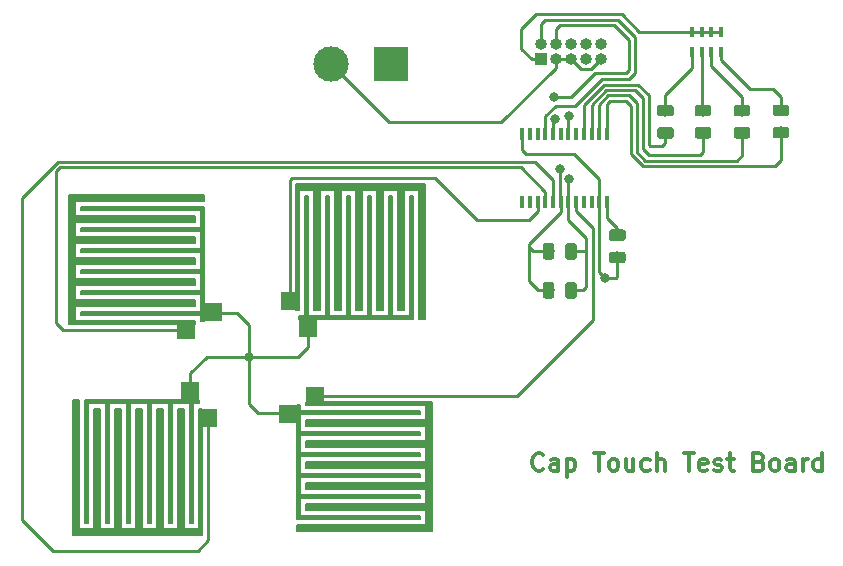
<source format=gbr>
G04 #@! TF.GenerationSoftware,KiCad,Pcbnew,5.0.2-bee76a0~70~ubuntu16.04.1*
G04 #@! TF.CreationDate,2020-01-03T14:39:20-08:00*
G04 #@! TF.ProjectId,Cap_touch_test,4361705f-746f-4756-9368-5f746573742e,rev?*
G04 #@! TF.SameCoordinates,Original*
G04 #@! TF.FileFunction,Copper,L1,Top*
G04 #@! TF.FilePolarity,Positive*
%FSLAX46Y46*%
G04 Gerber Fmt 4.6, Leading zero omitted, Abs format (unit mm)*
G04 Created by KiCad (PCBNEW 5.0.2-bee76a0~70~ubuntu16.04.1) date Fri 03 Jan 2020 14:39:20 PST*
%MOMM*%
%LPD*%
G01*
G04 APERTURE LIST*
G04 #@! TA.AperFunction,NonConductor*
%ADD10C,0.300000*%
G04 #@! TD*
G04 #@! TA.AperFunction,EtchedComponent*
%ADD11C,0.150000*%
G04 #@! TD*
G04 #@! TA.AperFunction,Conductor*
%ADD12C,0.100000*%
G04 #@! TD*
G04 #@! TA.AperFunction,SMDPad,CuDef*
%ADD13C,0.975000*%
G04 #@! TD*
G04 #@! TA.AperFunction,ComponentPad*
%ADD14R,1.000000X1.000000*%
G04 #@! TD*
G04 #@! TA.AperFunction,ComponentPad*
%ADD15O,1.000000X1.000000*%
G04 #@! TD*
G04 #@! TA.AperFunction,ComponentPad*
%ADD16R,3.000000X3.000000*%
G04 #@! TD*
G04 #@! TA.AperFunction,ComponentPad*
%ADD17C,3.000000*%
G04 #@! TD*
G04 #@! TA.AperFunction,SMDPad,CuDef*
%ADD18R,0.400000X0.900000*%
G04 #@! TD*
G04 #@! TA.AperFunction,SMDPad,CuDef*
%ADD19R,0.400000X1.100000*%
G04 #@! TD*
G04 #@! TA.AperFunction,SMDPad,CuDef*
%ADD20R,1.524000X1.524000*%
G04 #@! TD*
G04 #@! TA.AperFunction,ViaPad*
%ADD21C,0.800000*%
G04 #@! TD*
G04 #@! TA.AperFunction,Conductor*
%ADD22C,0.250000*%
G04 #@! TD*
G04 APERTURE END LIST*
D10*
X85543857Y-53240714D02*
X85472428Y-53312142D01*
X85258142Y-53383571D01*
X85115285Y-53383571D01*
X84901000Y-53312142D01*
X84758142Y-53169285D01*
X84686714Y-53026428D01*
X84615285Y-52740714D01*
X84615285Y-52526428D01*
X84686714Y-52240714D01*
X84758142Y-52097857D01*
X84901000Y-51955000D01*
X85115285Y-51883571D01*
X85258142Y-51883571D01*
X85472428Y-51955000D01*
X85543857Y-52026428D01*
X86829571Y-53383571D02*
X86829571Y-52597857D01*
X86758142Y-52455000D01*
X86615285Y-52383571D01*
X86329571Y-52383571D01*
X86186714Y-52455000D01*
X86829571Y-53312142D02*
X86686714Y-53383571D01*
X86329571Y-53383571D01*
X86186714Y-53312142D01*
X86115285Y-53169285D01*
X86115285Y-53026428D01*
X86186714Y-52883571D01*
X86329571Y-52812142D01*
X86686714Y-52812142D01*
X86829571Y-52740714D01*
X87543857Y-52383571D02*
X87543857Y-53883571D01*
X87543857Y-52455000D02*
X87686714Y-52383571D01*
X87972428Y-52383571D01*
X88115285Y-52455000D01*
X88186714Y-52526428D01*
X88258142Y-52669285D01*
X88258142Y-53097857D01*
X88186714Y-53240714D01*
X88115285Y-53312142D01*
X87972428Y-53383571D01*
X87686714Y-53383571D01*
X87543857Y-53312142D01*
X89829571Y-51883571D02*
X90686714Y-51883571D01*
X90258142Y-53383571D02*
X90258142Y-51883571D01*
X91401000Y-53383571D02*
X91258142Y-53312142D01*
X91186714Y-53240714D01*
X91115285Y-53097857D01*
X91115285Y-52669285D01*
X91186714Y-52526428D01*
X91258142Y-52455000D01*
X91401000Y-52383571D01*
X91615285Y-52383571D01*
X91758142Y-52455000D01*
X91829571Y-52526428D01*
X91901000Y-52669285D01*
X91901000Y-53097857D01*
X91829571Y-53240714D01*
X91758142Y-53312142D01*
X91615285Y-53383571D01*
X91401000Y-53383571D01*
X93186714Y-52383571D02*
X93186714Y-53383571D01*
X92543857Y-52383571D02*
X92543857Y-53169285D01*
X92615285Y-53312142D01*
X92758142Y-53383571D01*
X92972428Y-53383571D01*
X93115285Y-53312142D01*
X93186714Y-53240714D01*
X94543857Y-53312142D02*
X94401000Y-53383571D01*
X94115285Y-53383571D01*
X93972428Y-53312142D01*
X93901000Y-53240714D01*
X93829571Y-53097857D01*
X93829571Y-52669285D01*
X93901000Y-52526428D01*
X93972428Y-52455000D01*
X94115285Y-52383571D01*
X94401000Y-52383571D01*
X94543857Y-52455000D01*
X95186714Y-53383571D02*
X95186714Y-51883571D01*
X95829571Y-53383571D02*
X95829571Y-52597857D01*
X95758142Y-52455000D01*
X95615285Y-52383571D01*
X95401000Y-52383571D01*
X95258142Y-52455000D01*
X95186714Y-52526428D01*
X97472428Y-51883571D02*
X98329571Y-51883571D01*
X97901000Y-53383571D02*
X97901000Y-51883571D01*
X99401000Y-53312142D02*
X99258142Y-53383571D01*
X98972428Y-53383571D01*
X98829571Y-53312142D01*
X98758142Y-53169285D01*
X98758142Y-52597857D01*
X98829571Y-52455000D01*
X98972428Y-52383571D01*
X99258142Y-52383571D01*
X99401000Y-52455000D01*
X99472428Y-52597857D01*
X99472428Y-52740714D01*
X98758142Y-52883571D01*
X100043857Y-53312142D02*
X100186714Y-53383571D01*
X100472428Y-53383571D01*
X100615285Y-53312142D01*
X100686714Y-53169285D01*
X100686714Y-53097857D01*
X100615285Y-52955000D01*
X100472428Y-52883571D01*
X100258142Y-52883571D01*
X100115285Y-52812142D01*
X100043857Y-52669285D01*
X100043857Y-52597857D01*
X100115285Y-52455000D01*
X100258142Y-52383571D01*
X100472428Y-52383571D01*
X100615285Y-52455000D01*
X101115285Y-52383571D02*
X101686714Y-52383571D01*
X101329571Y-51883571D02*
X101329571Y-53169285D01*
X101401000Y-53312142D01*
X101543857Y-53383571D01*
X101686714Y-53383571D01*
X103829571Y-52597857D02*
X104043857Y-52669285D01*
X104115285Y-52740714D01*
X104186714Y-52883571D01*
X104186714Y-53097857D01*
X104115285Y-53240714D01*
X104043857Y-53312142D01*
X103901000Y-53383571D01*
X103329571Y-53383571D01*
X103329571Y-51883571D01*
X103829571Y-51883571D01*
X103972428Y-51955000D01*
X104043857Y-52026428D01*
X104115285Y-52169285D01*
X104115285Y-52312142D01*
X104043857Y-52455000D01*
X103972428Y-52526428D01*
X103829571Y-52597857D01*
X103329571Y-52597857D01*
X105043857Y-53383571D02*
X104901000Y-53312142D01*
X104829571Y-53240714D01*
X104758142Y-53097857D01*
X104758142Y-52669285D01*
X104829571Y-52526428D01*
X104901000Y-52455000D01*
X105043857Y-52383571D01*
X105258142Y-52383571D01*
X105401000Y-52455000D01*
X105472428Y-52526428D01*
X105543857Y-52669285D01*
X105543857Y-53097857D01*
X105472428Y-53240714D01*
X105401000Y-53312142D01*
X105258142Y-53383571D01*
X105043857Y-53383571D01*
X106829571Y-53383571D02*
X106829571Y-52597857D01*
X106758142Y-52455000D01*
X106615285Y-52383571D01*
X106329571Y-52383571D01*
X106186714Y-52455000D01*
X106829571Y-53312142D02*
X106686714Y-53383571D01*
X106329571Y-53383571D01*
X106186714Y-53312142D01*
X106115285Y-53169285D01*
X106115285Y-53026428D01*
X106186714Y-52883571D01*
X106329571Y-52812142D01*
X106686714Y-52812142D01*
X106829571Y-52740714D01*
X107543857Y-53383571D02*
X107543857Y-52383571D01*
X107543857Y-52669285D02*
X107615285Y-52526428D01*
X107686714Y-52455000D01*
X107829571Y-52383571D01*
X107972428Y-52383571D01*
X109115285Y-53383571D02*
X109115285Y-51883571D01*
X109115285Y-53312142D02*
X108972428Y-53383571D01*
X108686714Y-53383571D01*
X108543857Y-53312142D01*
X108472428Y-53240714D01*
X108401000Y-53097857D01*
X108401000Y-52669285D01*
X108472428Y-52526428D01*
X108543857Y-52455000D01*
X108686714Y-52383571D01*
X108972428Y-52383571D01*
X109115285Y-52455000D01*
D11*
G04 #@! TO.C,C2*
G36*
X65455800Y-47828200D02*
X76123800Y-47828200D01*
X76123800Y-58496200D01*
X65455800Y-58496200D01*
X65455800Y-57988200D01*
X75615800Y-57988200D01*
X75615800Y-56718200D01*
X65455800Y-56718200D01*
X65455800Y-56210200D01*
X75615800Y-56210200D01*
X75615800Y-54940200D01*
X65455800Y-54940200D01*
X65455800Y-54432200D01*
X75615800Y-54432200D01*
X75615800Y-53162200D01*
X65455800Y-53162200D01*
X65455800Y-52654200D01*
X75615800Y-52654200D01*
X75615800Y-51384200D01*
X65455800Y-51384200D01*
X65455800Y-50876200D01*
X75615800Y-50876200D01*
X75615800Y-49606200D01*
X65455800Y-49606200D01*
X65455800Y-49098200D01*
X75615800Y-49098200D01*
X75615800Y-47828200D01*
X65455800Y-47828200D01*
G37*
X65455800Y-47828200D02*
X76123800Y-47828200D01*
X76123800Y-58496200D01*
X65455800Y-58496200D01*
X65455800Y-57988200D01*
X75615800Y-57988200D01*
X75615800Y-56718200D01*
X65455800Y-56718200D01*
X65455800Y-56210200D01*
X75615800Y-56210200D01*
X75615800Y-54940200D01*
X65455800Y-54940200D01*
X65455800Y-54432200D01*
X75615800Y-54432200D01*
X75615800Y-53162200D01*
X65455800Y-53162200D01*
X65455800Y-52654200D01*
X75615800Y-52654200D01*
X75615800Y-51384200D01*
X65455800Y-51384200D01*
X65455800Y-50876200D01*
X75615800Y-50876200D01*
X75615800Y-49606200D01*
X65455800Y-49606200D01*
X65455800Y-49098200D01*
X75615800Y-49098200D01*
X75615800Y-47828200D01*
X65455800Y-47828200D01*
G36*
X65455800Y-47828200D02*
X65455800Y-47574200D01*
X76123800Y-47574200D01*
X76123800Y-47828200D01*
X74599800Y-47828200D01*
X65455800Y-47828200D01*
G37*
X65455800Y-47828200D02*
X65455800Y-47574200D01*
X76123800Y-47574200D01*
X76123800Y-47828200D01*
X74599800Y-47828200D01*
X65455800Y-47828200D01*
G36*
X65455800Y-57988200D02*
X65455800Y-58496200D01*
X64947800Y-58496200D01*
X64947800Y-57988200D01*
X65455800Y-57988200D01*
G37*
X65455800Y-57988200D02*
X65455800Y-58496200D01*
X64947800Y-58496200D01*
X64947800Y-57988200D01*
X65455800Y-57988200D01*
G36*
X64947800Y-47828200D02*
X64947800Y-48336200D01*
X75107800Y-48336200D01*
X75107800Y-48590200D01*
X64947800Y-48590200D01*
X64947800Y-50114200D01*
X75107800Y-50114200D01*
X75107800Y-50368200D01*
X64947800Y-50368200D01*
X64947800Y-51892200D01*
X75107800Y-51892200D01*
X75107800Y-52146200D01*
X64947800Y-52146200D01*
X64947800Y-53670200D01*
X75107800Y-53670200D01*
X75107800Y-53924200D01*
X64947800Y-53924200D01*
X64947800Y-55448200D01*
X75107800Y-55448200D01*
X75107800Y-55702200D01*
X64947800Y-55702200D01*
X64947800Y-57226200D01*
X75107800Y-57226200D01*
X75107800Y-57480200D01*
X64947800Y-57480200D01*
X64693800Y-57480200D01*
X64693800Y-47828200D01*
X64947800Y-47828200D01*
G37*
X64947800Y-47828200D02*
X64947800Y-48336200D01*
X75107800Y-48336200D01*
X75107800Y-48590200D01*
X64947800Y-48590200D01*
X64947800Y-50114200D01*
X75107800Y-50114200D01*
X75107800Y-50368200D01*
X64947800Y-50368200D01*
X64947800Y-51892200D01*
X75107800Y-51892200D01*
X75107800Y-52146200D01*
X64947800Y-52146200D01*
X64947800Y-53670200D01*
X75107800Y-53670200D01*
X75107800Y-53924200D01*
X64947800Y-53924200D01*
X64947800Y-55448200D01*
X75107800Y-55448200D01*
X75107800Y-55702200D01*
X64947800Y-55702200D01*
X64947800Y-57226200D01*
X75107800Y-57226200D01*
X75107800Y-57480200D01*
X64947800Y-57480200D01*
X64693800Y-57480200D01*
X64693800Y-47828200D01*
X64947800Y-47828200D01*
G36*
X64947800Y-57988200D02*
X64947800Y-58496200D01*
X64693800Y-58496200D01*
X64693800Y-57988200D01*
X64947800Y-57988200D01*
G37*
X64947800Y-57988200D02*
X64947800Y-58496200D01*
X64693800Y-58496200D01*
X64693800Y-57988200D01*
X64947800Y-57988200D01*
G04 #@! TO.C,C3*
G36*
X46278800Y-47599600D02*
X45770800Y-47599600D01*
X45770800Y-47345600D01*
X46278800Y-47345600D01*
X46278800Y-47599600D01*
G37*
X46278800Y-47599600D02*
X45770800Y-47599600D01*
X45770800Y-47345600D01*
X46278800Y-47345600D01*
X46278800Y-47599600D01*
G36*
X56438800Y-47599600D02*
X55930800Y-47599600D01*
X55930800Y-57759600D01*
X55676800Y-57759600D01*
X55676800Y-47599600D01*
X54152800Y-47599600D01*
X54152800Y-57759600D01*
X53898800Y-57759600D01*
X53898800Y-47599600D01*
X52374800Y-47599600D01*
X52374800Y-57759600D01*
X52120800Y-57759600D01*
X52120800Y-47599600D01*
X50596800Y-47599600D01*
X50596800Y-57759600D01*
X50342800Y-57759600D01*
X50342800Y-47599600D01*
X48818800Y-47599600D01*
X48818800Y-57759600D01*
X48564800Y-57759600D01*
X48564800Y-47599600D01*
X47040800Y-47599600D01*
X47040800Y-57759600D01*
X46786800Y-57759600D01*
X46786800Y-47599600D01*
X46786800Y-47345600D01*
X56438800Y-47345600D01*
X56438800Y-47599600D01*
G37*
X56438800Y-47599600D02*
X55930800Y-47599600D01*
X55930800Y-57759600D01*
X55676800Y-57759600D01*
X55676800Y-47599600D01*
X54152800Y-47599600D01*
X54152800Y-57759600D01*
X53898800Y-57759600D01*
X53898800Y-47599600D01*
X52374800Y-47599600D01*
X52374800Y-57759600D01*
X52120800Y-57759600D01*
X52120800Y-47599600D01*
X50596800Y-47599600D01*
X50596800Y-57759600D01*
X50342800Y-57759600D01*
X50342800Y-47599600D01*
X48818800Y-47599600D01*
X48818800Y-57759600D01*
X48564800Y-57759600D01*
X48564800Y-47599600D01*
X47040800Y-47599600D01*
X47040800Y-57759600D01*
X46786800Y-57759600D01*
X46786800Y-47599600D01*
X46786800Y-47345600D01*
X56438800Y-47345600D01*
X56438800Y-47599600D01*
G36*
X46278800Y-48107600D02*
X45770800Y-48107600D01*
X45770800Y-47599600D01*
X46278800Y-47599600D01*
X46278800Y-48107600D01*
G37*
X46278800Y-48107600D02*
X45770800Y-48107600D01*
X45770800Y-47599600D01*
X46278800Y-47599600D01*
X46278800Y-48107600D01*
G36*
X56438800Y-48107600D02*
X56692800Y-48107600D01*
X56692800Y-58775600D01*
X56438800Y-58775600D01*
X56438800Y-57251600D01*
X56438800Y-48107600D01*
G37*
X56438800Y-48107600D02*
X56692800Y-48107600D01*
X56692800Y-58775600D01*
X56438800Y-58775600D01*
X56438800Y-57251600D01*
X56438800Y-48107600D01*
G36*
X56438800Y-48107600D02*
X56438800Y-58775600D01*
X45770800Y-58775600D01*
X45770800Y-48107600D01*
X46278800Y-48107600D01*
X46278800Y-58267600D01*
X47548800Y-58267600D01*
X47548800Y-48107600D01*
X48056800Y-48107600D01*
X48056800Y-58267600D01*
X49326800Y-58267600D01*
X49326800Y-48107600D01*
X49834800Y-48107600D01*
X49834800Y-58267600D01*
X51104800Y-58267600D01*
X51104800Y-48107600D01*
X51612800Y-48107600D01*
X51612800Y-58267600D01*
X52882800Y-58267600D01*
X52882800Y-48107600D01*
X53390800Y-48107600D01*
X53390800Y-58267600D01*
X54660800Y-58267600D01*
X54660800Y-48107600D01*
X55168800Y-48107600D01*
X55168800Y-58267600D01*
X56438800Y-58267600D01*
X56438800Y-48107600D01*
G37*
X56438800Y-48107600D02*
X56438800Y-58775600D01*
X45770800Y-58775600D01*
X45770800Y-48107600D01*
X46278800Y-48107600D01*
X46278800Y-58267600D01*
X47548800Y-58267600D01*
X47548800Y-48107600D01*
X48056800Y-48107600D01*
X48056800Y-58267600D01*
X49326800Y-58267600D01*
X49326800Y-48107600D01*
X49834800Y-48107600D01*
X49834800Y-58267600D01*
X51104800Y-58267600D01*
X51104800Y-48107600D01*
X51612800Y-48107600D01*
X51612800Y-58267600D01*
X52882800Y-58267600D01*
X52882800Y-48107600D01*
X53390800Y-48107600D01*
X53390800Y-58267600D01*
X54660800Y-58267600D01*
X54660800Y-48107600D01*
X55168800Y-48107600D01*
X55168800Y-58267600D01*
X56438800Y-58267600D01*
X56438800Y-48107600D01*
G04 #@! TO.C,C4*
G36*
X56057800Y-40690800D02*
X45389800Y-40690800D01*
X45389800Y-30022800D01*
X56057800Y-30022800D01*
X56057800Y-30530800D01*
X45897800Y-30530800D01*
X45897800Y-31800800D01*
X56057800Y-31800800D01*
X56057800Y-32308800D01*
X45897800Y-32308800D01*
X45897800Y-33578800D01*
X56057800Y-33578800D01*
X56057800Y-34086800D01*
X45897800Y-34086800D01*
X45897800Y-35356800D01*
X56057800Y-35356800D01*
X56057800Y-35864800D01*
X45897800Y-35864800D01*
X45897800Y-37134800D01*
X56057800Y-37134800D01*
X56057800Y-37642800D01*
X45897800Y-37642800D01*
X45897800Y-38912800D01*
X56057800Y-38912800D01*
X56057800Y-39420800D01*
X45897800Y-39420800D01*
X45897800Y-40690800D01*
X56057800Y-40690800D01*
G37*
X56057800Y-40690800D02*
X45389800Y-40690800D01*
X45389800Y-30022800D01*
X56057800Y-30022800D01*
X56057800Y-30530800D01*
X45897800Y-30530800D01*
X45897800Y-31800800D01*
X56057800Y-31800800D01*
X56057800Y-32308800D01*
X45897800Y-32308800D01*
X45897800Y-33578800D01*
X56057800Y-33578800D01*
X56057800Y-34086800D01*
X45897800Y-34086800D01*
X45897800Y-35356800D01*
X56057800Y-35356800D01*
X56057800Y-35864800D01*
X45897800Y-35864800D01*
X45897800Y-37134800D01*
X56057800Y-37134800D01*
X56057800Y-37642800D01*
X45897800Y-37642800D01*
X45897800Y-38912800D01*
X56057800Y-38912800D01*
X56057800Y-39420800D01*
X45897800Y-39420800D01*
X45897800Y-40690800D01*
X56057800Y-40690800D01*
G36*
X56057800Y-40690800D02*
X56057800Y-40944800D01*
X45389800Y-40944800D01*
X45389800Y-40690800D01*
X46913800Y-40690800D01*
X56057800Y-40690800D01*
G37*
X56057800Y-40690800D02*
X56057800Y-40944800D01*
X45389800Y-40944800D01*
X45389800Y-40690800D01*
X46913800Y-40690800D01*
X56057800Y-40690800D01*
G36*
X56057800Y-30530800D02*
X56057800Y-30022800D01*
X56565800Y-30022800D01*
X56565800Y-30530800D01*
X56057800Y-30530800D01*
G37*
X56057800Y-30530800D02*
X56057800Y-30022800D01*
X56565800Y-30022800D01*
X56565800Y-30530800D01*
X56057800Y-30530800D01*
G36*
X56565800Y-40690800D02*
X56565800Y-40182800D01*
X46405800Y-40182800D01*
X46405800Y-39928800D01*
X56565800Y-39928800D01*
X56565800Y-38404800D01*
X46405800Y-38404800D01*
X46405800Y-38150800D01*
X56565800Y-38150800D01*
X56565800Y-36626800D01*
X46405800Y-36626800D01*
X46405800Y-36372800D01*
X56565800Y-36372800D01*
X56565800Y-34848800D01*
X46405800Y-34848800D01*
X46405800Y-34594800D01*
X56565800Y-34594800D01*
X56565800Y-33070800D01*
X46405800Y-33070800D01*
X46405800Y-32816800D01*
X56565800Y-32816800D01*
X56565800Y-31292800D01*
X46405800Y-31292800D01*
X46405800Y-31038800D01*
X56565800Y-31038800D01*
X56819800Y-31038800D01*
X56819800Y-40690800D01*
X56565800Y-40690800D01*
G37*
X56565800Y-40690800D02*
X56565800Y-40182800D01*
X46405800Y-40182800D01*
X46405800Y-39928800D01*
X56565800Y-39928800D01*
X56565800Y-38404800D01*
X46405800Y-38404800D01*
X46405800Y-38150800D01*
X56565800Y-38150800D01*
X56565800Y-36626800D01*
X46405800Y-36626800D01*
X46405800Y-36372800D01*
X56565800Y-36372800D01*
X56565800Y-34848800D01*
X46405800Y-34848800D01*
X46405800Y-34594800D01*
X56565800Y-34594800D01*
X56565800Y-33070800D01*
X46405800Y-33070800D01*
X46405800Y-32816800D01*
X56565800Y-32816800D01*
X56565800Y-31292800D01*
X46405800Y-31292800D01*
X46405800Y-31038800D01*
X56565800Y-31038800D01*
X56819800Y-31038800D01*
X56819800Y-40690800D01*
X56565800Y-40690800D01*
G36*
X56565800Y-30530800D02*
X56565800Y-30022800D01*
X56819800Y-30022800D01*
X56819800Y-30530800D01*
X56565800Y-30530800D01*
G37*
X56565800Y-30530800D02*
X56565800Y-30022800D01*
X56819800Y-30022800D01*
X56819800Y-30530800D01*
X56565800Y-30530800D01*
G04 #@! TO.C,C5*
G36*
X75031600Y-40309800D02*
X75539600Y-40309800D01*
X75539600Y-40563800D01*
X75031600Y-40563800D01*
X75031600Y-40309800D01*
G37*
X75031600Y-40309800D02*
X75539600Y-40309800D01*
X75539600Y-40563800D01*
X75031600Y-40563800D01*
X75031600Y-40309800D01*
G36*
X64871600Y-40309800D02*
X65379600Y-40309800D01*
X65379600Y-30149800D01*
X65633600Y-30149800D01*
X65633600Y-40309800D01*
X67157600Y-40309800D01*
X67157600Y-30149800D01*
X67411600Y-30149800D01*
X67411600Y-40309800D01*
X68935600Y-40309800D01*
X68935600Y-30149800D01*
X69189600Y-30149800D01*
X69189600Y-40309800D01*
X70713600Y-40309800D01*
X70713600Y-30149800D01*
X70967600Y-30149800D01*
X70967600Y-40309800D01*
X72491600Y-40309800D01*
X72491600Y-30149800D01*
X72745600Y-30149800D01*
X72745600Y-40309800D01*
X74269600Y-40309800D01*
X74269600Y-30149800D01*
X74523600Y-30149800D01*
X74523600Y-40309800D01*
X74523600Y-40563800D01*
X64871600Y-40563800D01*
X64871600Y-40309800D01*
G37*
X64871600Y-40309800D02*
X65379600Y-40309800D01*
X65379600Y-30149800D01*
X65633600Y-30149800D01*
X65633600Y-40309800D01*
X67157600Y-40309800D01*
X67157600Y-30149800D01*
X67411600Y-30149800D01*
X67411600Y-40309800D01*
X68935600Y-40309800D01*
X68935600Y-30149800D01*
X69189600Y-30149800D01*
X69189600Y-40309800D01*
X70713600Y-40309800D01*
X70713600Y-30149800D01*
X70967600Y-30149800D01*
X70967600Y-40309800D01*
X72491600Y-40309800D01*
X72491600Y-30149800D01*
X72745600Y-30149800D01*
X72745600Y-40309800D01*
X74269600Y-40309800D01*
X74269600Y-30149800D01*
X74523600Y-30149800D01*
X74523600Y-40309800D01*
X74523600Y-40563800D01*
X64871600Y-40563800D01*
X64871600Y-40309800D01*
G36*
X75031600Y-39801800D02*
X75539600Y-39801800D01*
X75539600Y-40309800D01*
X75031600Y-40309800D01*
X75031600Y-39801800D01*
G37*
X75031600Y-39801800D02*
X75539600Y-39801800D01*
X75539600Y-40309800D01*
X75031600Y-40309800D01*
X75031600Y-39801800D01*
G36*
X64871600Y-39801800D02*
X64617600Y-39801800D01*
X64617600Y-29133800D01*
X64871600Y-29133800D01*
X64871600Y-30657800D01*
X64871600Y-39801800D01*
G37*
X64871600Y-39801800D02*
X64617600Y-39801800D01*
X64617600Y-29133800D01*
X64871600Y-29133800D01*
X64871600Y-30657800D01*
X64871600Y-39801800D01*
G36*
X64871600Y-39801800D02*
X64871600Y-29133800D01*
X75539600Y-29133800D01*
X75539600Y-39801800D01*
X75031600Y-39801800D01*
X75031600Y-29641800D01*
X73761600Y-29641800D01*
X73761600Y-39801800D01*
X73253600Y-39801800D01*
X73253600Y-29641800D01*
X71983600Y-29641800D01*
X71983600Y-39801800D01*
X71475600Y-39801800D01*
X71475600Y-29641800D01*
X70205600Y-29641800D01*
X70205600Y-39801800D01*
X69697600Y-39801800D01*
X69697600Y-29641800D01*
X68427600Y-29641800D01*
X68427600Y-39801800D01*
X67919600Y-39801800D01*
X67919600Y-29641800D01*
X66649600Y-29641800D01*
X66649600Y-39801800D01*
X66141600Y-39801800D01*
X66141600Y-29641800D01*
X64871600Y-29641800D01*
X64871600Y-39801800D01*
G37*
X64871600Y-39801800D02*
X64871600Y-29133800D01*
X75539600Y-29133800D01*
X75539600Y-39801800D01*
X75031600Y-39801800D01*
X75031600Y-29641800D01*
X73761600Y-29641800D01*
X73761600Y-39801800D01*
X73253600Y-39801800D01*
X73253600Y-29641800D01*
X71983600Y-29641800D01*
X71983600Y-39801800D01*
X71475600Y-39801800D01*
X71475600Y-29641800D01*
X70205600Y-29641800D01*
X70205600Y-39801800D01*
X69697600Y-39801800D01*
X69697600Y-29641800D01*
X68427600Y-29641800D01*
X68427600Y-39801800D01*
X67919600Y-39801800D01*
X67919600Y-29641800D01*
X66649600Y-29641800D01*
X66649600Y-39801800D01*
X66141600Y-39801800D01*
X66141600Y-29641800D01*
X64871600Y-29641800D01*
X64871600Y-39801800D01*
G04 #@! TD*
D12*
G04 #@! TO.N,ACMP*
G04 #@! TO.C,C1*
G36*
X92301142Y-34819674D02*
X92324803Y-34823184D01*
X92348007Y-34828996D01*
X92370529Y-34837054D01*
X92392153Y-34847282D01*
X92412670Y-34859579D01*
X92431883Y-34873829D01*
X92449607Y-34889893D01*
X92465671Y-34907617D01*
X92479921Y-34926830D01*
X92492218Y-34947347D01*
X92502446Y-34968971D01*
X92510504Y-34991493D01*
X92516316Y-35014697D01*
X92519826Y-35038358D01*
X92521000Y-35062250D01*
X92521000Y-35549750D01*
X92519826Y-35573642D01*
X92516316Y-35597303D01*
X92510504Y-35620507D01*
X92502446Y-35643029D01*
X92492218Y-35664653D01*
X92479921Y-35685170D01*
X92465671Y-35704383D01*
X92449607Y-35722107D01*
X92431883Y-35738171D01*
X92412670Y-35752421D01*
X92392153Y-35764718D01*
X92370529Y-35774946D01*
X92348007Y-35783004D01*
X92324803Y-35788816D01*
X92301142Y-35792326D01*
X92277250Y-35793500D01*
X91364750Y-35793500D01*
X91340858Y-35792326D01*
X91317197Y-35788816D01*
X91293993Y-35783004D01*
X91271471Y-35774946D01*
X91249847Y-35764718D01*
X91229330Y-35752421D01*
X91210117Y-35738171D01*
X91192393Y-35722107D01*
X91176329Y-35704383D01*
X91162079Y-35685170D01*
X91149782Y-35664653D01*
X91139554Y-35643029D01*
X91131496Y-35620507D01*
X91125684Y-35597303D01*
X91122174Y-35573642D01*
X91121000Y-35549750D01*
X91121000Y-35062250D01*
X91122174Y-35038358D01*
X91125684Y-35014697D01*
X91131496Y-34991493D01*
X91139554Y-34968971D01*
X91149782Y-34947347D01*
X91162079Y-34926830D01*
X91176329Y-34907617D01*
X91192393Y-34889893D01*
X91210117Y-34873829D01*
X91229330Y-34859579D01*
X91249847Y-34847282D01*
X91271471Y-34837054D01*
X91293993Y-34828996D01*
X91317197Y-34823184D01*
X91340858Y-34819674D01*
X91364750Y-34818500D01*
X92277250Y-34818500D01*
X92301142Y-34819674D01*
X92301142Y-34819674D01*
G37*
D13*
G04 #@! TD*
G04 #@! TO.P,C1,1*
G04 #@! TO.N,ACMP*
X91821000Y-35306000D03*
D12*
G04 #@! TO.N,CAPT_YL*
G04 #@! TO.C,C1*
G36*
X92301142Y-32944674D02*
X92324803Y-32948184D01*
X92348007Y-32953996D01*
X92370529Y-32962054D01*
X92392153Y-32972282D01*
X92412670Y-32984579D01*
X92431883Y-32998829D01*
X92449607Y-33014893D01*
X92465671Y-33032617D01*
X92479921Y-33051830D01*
X92492218Y-33072347D01*
X92502446Y-33093971D01*
X92510504Y-33116493D01*
X92516316Y-33139697D01*
X92519826Y-33163358D01*
X92521000Y-33187250D01*
X92521000Y-33674750D01*
X92519826Y-33698642D01*
X92516316Y-33722303D01*
X92510504Y-33745507D01*
X92502446Y-33768029D01*
X92492218Y-33789653D01*
X92479921Y-33810170D01*
X92465671Y-33829383D01*
X92449607Y-33847107D01*
X92431883Y-33863171D01*
X92412670Y-33877421D01*
X92392153Y-33889718D01*
X92370529Y-33899946D01*
X92348007Y-33908004D01*
X92324803Y-33913816D01*
X92301142Y-33917326D01*
X92277250Y-33918500D01*
X91364750Y-33918500D01*
X91340858Y-33917326D01*
X91317197Y-33913816D01*
X91293993Y-33908004D01*
X91271471Y-33899946D01*
X91249847Y-33889718D01*
X91229330Y-33877421D01*
X91210117Y-33863171D01*
X91192393Y-33847107D01*
X91176329Y-33829383D01*
X91162079Y-33810170D01*
X91149782Y-33789653D01*
X91139554Y-33768029D01*
X91131496Y-33745507D01*
X91125684Y-33722303D01*
X91122174Y-33698642D01*
X91121000Y-33674750D01*
X91121000Y-33187250D01*
X91122174Y-33163358D01*
X91125684Y-33139697D01*
X91131496Y-33116493D01*
X91139554Y-33093971D01*
X91149782Y-33072347D01*
X91162079Y-33051830D01*
X91176329Y-33032617D01*
X91192393Y-33014893D01*
X91210117Y-32998829D01*
X91229330Y-32984579D01*
X91249847Y-32972282D01*
X91271471Y-32962054D01*
X91293993Y-32953996D01*
X91317197Y-32948184D01*
X91340858Y-32944674D01*
X91364750Y-32943500D01*
X92277250Y-32943500D01*
X92301142Y-32944674D01*
X92301142Y-32944674D01*
G37*
D13*
G04 #@! TD*
G04 #@! TO.P,C1,2*
G04 #@! TO.N,CAPT_YL*
X91821000Y-33431000D03*
D12*
G04 #@! TO.N,3v3*
G04 #@! TO.C,C6*
G36*
X86276642Y-37401174D02*
X86300303Y-37404684D01*
X86323507Y-37410496D01*
X86346029Y-37418554D01*
X86367653Y-37428782D01*
X86388170Y-37441079D01*
X86407383Y-37455329D01*
X86425107Y-37471393D01*
X86441171Y-37489117D01*
X86455421Y-37508330D01*
X86467718Y-37528847D01*
X86477946Y-37550471D01*
X86486004Y-37572993D01*
X86491816Y-37596197D01*
X86495326Y-37619858D01*
X86496500Y-37643750D01*
X86496500Y-38556250D01*
X86495326Y-38580142D01*
X86491816Y-38603803D01*
X86486004Y-38627007D01*
X86477946Y-38649529D01*
X86467718Y-38671153D01*
X86455421Y-38691670D01*
X86441171Y-38710883D01*
X86425107Y-38728607D01*
X86407383Y-38744671D01*
X86388170Y-38758921D01*
X86367653Y-38771218D01*
X86346029Y-38781446D01*
X86323507Y-38789504D01*
X86300303Y-38795316D01*
X86276642Y-38798826D01*
X86252750Y-38800000D01*
X85765250Y-38800000D01*
X85741358Y-38798826D01*
X85717697Y-38795316D01*
X85694493Y-38789504D01*
X85671971Y-38781446D01*
X85650347Y-38771218D01*
X85629830Y-38758921D01*
X85610617Y-38744671D01*
X85592893Y-38728607D01*
X85576829Y-38710883D01*
X85562579Y-38691670D01*
X85550282Y-38671153D01*
X85540054Y-38649529D01*
X85531996Y-38627007D01*
X85526184Y-38603803D01*
X85522674Y-38580142D01*
X85521500Y-38556250D01*
X85521500Y-37643750D01*
X85522674Y-37619858D01*
X85526184Y-37596197D01*
X85531996Y-37572993D01*
X85540054Y-37550471D01*
X85550282Y-37528847D01*
X85562579Y-37508330D01*
X85576829Y-37489117D01*
X85592893Y-37471393D01*
X85610617Y-37455329D01*
X85629830Y-37441079D01*
X85650347Y-37428782D01*
X85671971Y-37418554D01*
X85694493Y-37410496D01*
X85717697Y-37404684D01*
X85741358Y-37401174D01*
X85765250Y-37400000D01*
X86252750Y-37400000D01*
X86276642Y-37401174D01*
X86276642Y-37401174D01*
G37*
D13*
G04 #@! TD*
G04 #@! TO.P,C6,1*
G04 #@! TO.N,3v3*
X86009000Y-38100000D03*
D12*
G04 #@! TO.N,GND*
G04 #@! TO.C,C6*
G36*
X88151642Y-37401174D02*
X88175303Y-37404684D01*
X88198507Y-37410496D01*
X88221029Y-37418554D01*
X88242653Y-37428782D01*
X88263170Y-37441079D01*
X88282383Y-37455329D01*
X88300107Y-37471393D01*
X88316171Y-37489117D01*
X88330421Y-37508330D01*
X88342718Y-37528847D01*
X88352946Y-37550471D01*
X88361004Y-37572993D01*
X88366816Y-37596197D01*
X88370326Y-37619858D01*
X88371500Y-37643750D01*
X88371500Y-38556250D01*
X88370326Y-38580142D01*
X88366816Y-38603803D01*
X88361004Y-38627007D01*
X88352946Y-38649529D01*
X88342718Y-38671153D01*
X88330421Y-38691670D01*
X88316171Y-38710883D01*
X88300107Y-38728607D01*
X88282383Y-38744671D01*
X88263170Y-38758921D01*
X88242653Y-38771218D01*
X88221029Y-38781446D01*
X88198507Y-38789504D01*
X88175303Y-38795316D01*
X88151642Y-38798826D01*
X88127750Y-38800000D01*
X87640250Y-38800000D01*
X87616358Y-38798826D01*
X87592697Y-38795316D01*
X87569493Y-38789504D01*
X87546971Y-38781446D01*
X87525347Y-38771218D01*
X87504830Y-38758921D01*
X87485617Y-38744671D01*
X87467893Y-38728607D01*
X87451829Y-38710883D01*
X87437579Y-38691670D01*
X87425282Y-38671153D01*
X87415054Y-38649529D01*
X87406996Y-38627007D01*
X87401184Y-38603803D01*
X87397674Y-38580142D01*
X87396500Y-38556250D01*
X87396500Y-37643750D01*
X87397674Y-37619858D01*
X87401184Y-37596197D01*
X87406996Y-37572993D01*
X87415054Y-37550471D01*
X87425282Y-37528847D01*
X87437579Y-37508330D01*
X87451829Y-37489117D01*
X87467893Y-37471393D01*
X87485617Y-37455329D01*
X87504830Y-37441079D01*
X87525347Y-37428782D01*
X87546971Y-37418554D01*
X87569493Y-37410496D01*
X87592697Y-37404684D01*
X87616358Y-37401174D01*
X87640250Y-37400000D01*
X88127750Y-37400000D01*
X88151642Y-37401174D01*
X88151642Y-37401174D01*
G37*
D13*
G04 #@! TD*
G04 #@! TO.P,C6,2*
G04 #@! TO.N,GND*
X87884000Y-38100000D03*
D12*
G04 #@! TO.N,GND*
G04 #@! TO.C,C7*
G36*
X88151642Y-34099174D02*
X88175303Y-34102684D01*
X88198507Y-34108496D01*
X88221029Y-34116554D01*
X88242653Y-34126782D01*
X88263170Y-34139079D01*
X88282383Y-34153329D01*
X88300107Y-34169393D01*
X88316171Y-34187117D01*
X88330421Y-34206330D01*
X88342718Y-34226847D01*
X88352946Y-34248471D01*
X88361004Y-34270993D01*
X88366816Y-34294197D01*
X88370326Y-34317858D01*
X88371500Y-34341750D01*
X88371500Y-35254250D01*
X88370326Y-35278142D01*
X88366816Y-35301803D01*
X88361004Y-35325007D01*
X88352946Y-35347529D01*
X88342718Y-35369153D01*
X88330421Y-35389670D01*
X88316171Y-35408883D01*
X88300107Y-35426607D01*
X88282383Y-35442671D01*
X88263170Y-35456921D01*
X88242653Y-35469218D01*
X88221029Y-35479446D01*
X88198507Y-35487504D01*
X88175303Y-35493316D01*
X88151642Y-35496826D01*
X88127750Y-35498000D01*
X87640250Y-35498000D01*
X87616358Y-35496826D01*
X87592697Y-35493316D01*
X87569493Y-35487504D01*
X87546971Y-35479446D01*
X87525347Y-35469218D01*
X87504830Y-35456921D01*
X87485617Y-35442671D01*
X87467893Y-35426607D01*
X87451829Y-35408883D01*
X87437579Y-35389670D01*
X87425282Y-35369153D01*
X87415054Y-35347529D01*
X87406996Y-35325007D01*
X87401184Y-35301803D01*
X87397674Y-35278142D01*
X87396500Y-35254250D01*
X87396500Y-34341750D01*
X87397674Y-34317858D01*
X87401184Y-34294197D01*
X87406996Y-34270993D01*
X87415054Y-34248471D01*
X87425282Y-34226847D01*
X87437579Y-34206330D01*
X87451829Y-34187117D01*
X87467893Y-34169393D01*
X87485617Y-34153329D01*
X87504830Y-34139079D01*
X87525347Y-34126782D01*
X87546971Y-34116554D01*
X87569493Y-34108496D01*
X87592697Y-34102684D01*
X87616358Y-34099174D01*
X87640250Y-34098000D01*
X88127750Y-34098000D01*
X88151642Y-34099174D01*
X88151642Y-34099174D01*
G37*
D13*
G04 #@! TD*
G04 #@! TO.P,C7,2*
G04 #@! TO.N,GND*
X87884000Y-34798000D03*
D12*
G04 #@! TO.N,3v3*
G04 #@! TO.C,C7*
G36*
X86276642Y-34099174D02*
X86300303Y-34102684D01*
X86323507Y-34108496D01*
X86346029Y-34116554D01*
X86367653Y-34126782D01*
X86388170Y-34139079D01*
X86407383Y-34153329D01*
X86425107Y-34169393D01*
X86441171Y-34187117D01*
X86455421Y-34206330D01*
X86467718Y-34226847D01*
X86477946Y-34248471D01*
X86486004Y-34270993D01*
X86491816Y-34294197D01*
X86495326Y-34317858D01*
X86496500Y-34341750D01*
X86496500Y-35254250D01*
X86495326Y-35278142D01*
X86491816Y-35301803D01*
X86486004Y-35325007D01*
X86477946Y-35347529D01*
X86467718Y-35369153D01*
X86455421Y-35389670D01*
X86441171Y-35408883D01*
X86425107Y-35426607D01*
X86407383Y-35442671D01*
X86388170Y-35456921D01*
X86367653Y-35469218D01*
X86346029Y-35479446D01*
X86323507Y-35487504D01*
X86300303Y-35493316D01*
X86276642Y-35496826D01*
X86252750Y-35498000D01*
X85765250Y-35498000D01*
X85741358Y-35496826D01*
X85717697Y-35493316D01*
X85694493Y-35487504D01*
X85671971Y-35479446D01*
X85650347Y-35469218D01*
X85629830Y-35456921D01*
X85610617Y-35442671D01*
X85592893Y-35426607D01*
X85576829Y-35408883D01*
X85562579Y-35389670D01*
X85550282Y-35369153D01*
X85540054Y-35347529D01*
X85531996Y-35325007D01*
X85526184Y-35301803D01*
X85522674Y-35278142D01*
X85521500Y-35254250D01*
X85521500Y-34341750D01*
X85522674Y-34317858D01*
X85526184Y-34294197D01*
X85531996Y-34270993D01*
X85540054Y-34248471D01*
X85550282Y-34226847D01*
X85562579Y-34206330D01*
X85576829Y-34187117D01*
X85592893Y-34169393D01*
X85610617Y-34153329D01*
X85629830Y-34139079D01*
X85650347Y-34126782D01*
X85671971Y-34116554D01*
X85694493Y-34108496D01*
X85717697Y-34102684D01*
X85741358Y-34099174D01*
X85765250Y-34098000D01*
X86252750Y-34098000D01*
X86276642Y-34099174D01*
X86276642Y-34099174D01*
G37*
D13*
G04 #@! TD*
G04 #@! TO.P,C7,1*
G04 #@! TO.N,3v3*
X86009000Y-34798000D03*
D12*
G04 #@! TO.N,LED0*
G04 #@! TO.C,D1*
G36*
X96365142Y-24278674D02*
X96388803Y-24282184D01*
X96412007Y-24287996D01*
X96434529Y-24296054D01*
X96456153Y-24306282D01*
X96476670Y-24318579D01*
X96495883Y-24332829D01*
X96513607Y-24348893D01*
X96529671Y-24366617D01*
X96543921Y-24385830D01*
X96556218Y-24406347D01*
X96566446Y-24427971D01*
X96574504Y-24450493D01*
X96580316Y-24473697D01*
X96583826Y-24497358D01*
X96585000Y-24521250D01*
X96585000Y-25008750D01*
X96583826Y-25032642D01*
X96580316Y-25056303D01*
X96574504Y-25079507D01*
X96566446Y-25102029D01*
X96556218Y-25123653D01*
X96543921Y-25144170D01*
X96529671Y-25163383D01*
X96513607Y-25181107D01*
X96495883Y-25197171D01*
X96476670Y-25211421D01*
X96456153Y-25223718D01*
X96434529Y-25233946D01*
X96412007Y-25242004D01*
X96388803Y-25247816D01*
X96365142Y-25251326D01*
X96341250Y-25252500D01*
X95428750Y-25252500D01*
X95404858Y-25251326D01*
X95381197Y-25247816D01*
X95357993Y-25242004D01*
X95335471Y-25233946D01*
X95313847Y-25223718D01*
X95293330Y-25211421D01*
X95274117Y-25197171D01*
X95256393Y-25181107D01*
X95240329Y-25163383D01*
X95226079Y-25144170D01*
X95213782Y-25123653D01*
X95203554Y-25102029D01*
X95195496Y-25079507D01*
X95189684Y-25056303D01*
X95186174Y-25032642D01*
X95185000Y-25008750D01*
X95185000Y-24521250D01*
X95186174Y-24497358D01*
X95189684Y-24473697D01*
X95195496Y-24450493D01*
X95203554Y-24427971D01*
X95213782Y-24406347D01*
X95226079Y-24385830D01*
X95240329Y-24366617D01*
X95256393Y-24348893D01*
X95274117Y-24332829D01*
X95293330Y-24318579D01*
X95313847Y-24306282D01*
X95335471Y-24296054D01*
X95357993Y-24287996D01*
X95381197Y-24282184D01*
X95404858Y-24278674D01*
X95428750Y-24277500D01*
X96341250Y-24277500D01*
X96365142Y-24278674D01*
X96365142Y-24278674D01*
G37*
D13*
G04 #@! TD*
G04 #@! TO.P,D1,1*
G04 #@! TO.N,LED0*
X95885000Y-24765000D03*
D12*
G04 #@! TO.N,Net-(D1-Pad2)*
G04 #@! TO.C,D1*
G36*
X96365142Y-22403674D02*
X96388803Y-22407184D01*
X96412007Y-22412996D01*
X96434529Y-22421054D01*
X96456153Y-22431282D01*
X96476670Y-22443579D01*
X96495883Y-22457829D01*
X96513607Y-22473893D01*
X96529671Y-22491617D01*
X96543921Y-22510830D01*
X96556218Y-22531347D01*
X96566446Y-22552971D01*
X96574504Y-22575493D01*
X96580316Y-22598697D01*
X96583826Y-22622358D01*
X96585000Y-22646250D01*
X96585000Y-23133750D01*
X96583826Y-23157642D01*
X96580316Y-23181303D01*
X96574504Y-23204507D01*
X96566446Y-23227029D01*
X96556218Y-23248653D01*
X96543921Y-23269170D01*
X96529671Y-23288383D01*
X96513607Y-23306107D01*
X96495883Y-23322171D01*
X96476670Y-23336421D01*
X96456153Y-23348718D01*
X96434529Y-23358946D01*
X96412007Y-23367004D01*
X96388803Y-23372816D01*
X96365142Y-23376326D01*
X96341250Y-23377500D01*
X95428750Y-23377500D01*
X95404858Y-23376326D01*
X95381197Y-23372816D01*
X95357993Y-23367004D01*
X95335471Y-23358946D01*
X95313847Y-23348718D01*
X95293330Y-23336421D01*
X95274117Y-23322171D01*
X95256393Y-23306107D01*
X95240329Y-23288383D01*
X95226079Y-23269170D01*
X95213782Y-23248653D01*
X95203554Y-23227029D01*
X95195496Y-23204507D01*
X95189684Y-23181303D01*
X95186174Y-23157642D01*
X95185000Y-23133750D01*
X95185000Y-22646250D01*
X95186174Y-22622358D01*
X95189684Y-22598697D01*
X95195496Y-22575493D01*
X95203554Y-22552971D01*
X95213782Y-22531347D01*
X95226079Y-22510830D01*
X95240329Y-22491617D01*
X95256393Y-22473893D01*
X95274117Y-22457829D01*
X95293330Y-22443579D01*
X95313847Y-22431282D01*
X95335471Y-22421054D01*
X95357993Y-22412996D01*
X95381197Y-22407184D01*
X95404858Y-22403674D01*
X95428750Y-22402500D01*
X96341250Y-22402500D01*
X96365142Y-22403674D01*
X96365142Y-22403674D01*
G37*
D13*
G04 #@! TD*
G04 #@! TO.P,D1,2*
G04 #@! TO.N,Net-(D1-Pad2)*
X95885000Y-22890000D03*
D12*
G04 #@! TO.N,Net-(D2-Pad2)*
G04 #@! TO.C,D2*
G36*
X99540142Y-22403674D02*
X99563803Y-22407184D01*
X99587007Y-22412996D01*
X99609529Y-22421054D01*
X99631153Y-22431282D01*
X99651670Y-22443579D01*
X99670883Y-22457829D01*
X99688607Y-22473893D01*
X99704671Y-22491617D01*
X99718921Y-22510830D01*
X99731218Y-22531347D01*
X99741446Y-22552971D01*
X99749504Y-22575493D01*
X99755316Y-22598697D01*
X99758826Y-22622358D01*
X99760000Y-22646250D01*
X99760000Y-23133750D01*
X99758826Y-23157642D01*
X99755316Y-23181303D01*
X99749504Y-23204507D01*
X99741446Y-23227029D01*
X99731218Y-23248653D01*
X99718921Y-23269170D01*
X99704671Y-23288383D01*
X99688607Y-23306107D01*
X99670883Y-23322171D01*
X99651670Y-23336421D01*
X99631153Y-23348718D01*
X99609529Y-23358946D01*
X99587007Y-23367004D01*
X99563803Y-23372816D01*
X99540142Y-23376326D01*
X99516250Y-23377500D01*
X98603750Y-23377500D01*
X98579858Y-23376326D01*
X98556197Y-23372816D01*
X98532993Y-23367004D01*
X98510471Y-23358946D01*
X98488847Y-23348718D01*
X98468330Y-23336421D01*
X98449117Y-23322171D01*
X98431393Y-23306107D01*
X98415329Y-23288383D01*
X98401079Y-23269170D01*
X98388782Y-23248653D01*
X98378554Y-23227029D01*
X98370496Y-23204507D01*
X98364684Y-23181303D01*
X98361174Y-23157642D01*
X98360000Y-23133750D01*
X98360000Y-22646250D01*
X98361174Y-22622358D01*
X98364684Y-22598697D01*
X98370496Y-22575493D01*
X98378554Y-22552971D01*
X98388782Y-22531347D01*
X98401079Y-22510830D01*
X98415329Y-22491617D01*
X98431393Y-22473893D01*
X98449117Y-22457829D01*
X98468330Y-22443579D01*
X98488847Y-22431282D01*
X98510471Y-22421054D01*
X98532993Y-22412996D01*
X98556197Y-22407184D01*
X98579858Y-22403674D01*
X98603750Y-22402500D01*
X99516250Y-22402500D01*
X99540142Y-22403674D01*
X99540142Y-22403674D01*
G37*
D13*
G04 #@! TD*
G04 #@! TO.P,D2,2*
G04 #@! TO.N,Net-(D2-Pad2)*
X99060000Y-22890000D03*
D12*
G04 #@! TO.N,LED1*
G04 #@! TO.C,D2*
G36*
X99540142Y-24278674D02*
X99563803Y-24282184D01*
X99587007Y-24287996D01*
X99609529Y-24296054D01*
X99631153Y-24306282D01*
X99651670Y-24318579D01*
X99670883Y-24332829D01*
X99688607Y-24348893D01*
X99704671Y-24366617D01*
X99718921Y-24385830D01*
X99731218Y-24406347D01*
X99741446Y-24427971D01*
X99749504Y-24450493D01*
X99755316Y-24473697D01*
X99758826Y-24497358D01*
X99760000Y-24521250D01*
X99760000Y-25008750D01*
X99758826Y-25032642D01*
X99755316Y-25056303D01*
X99749504Y-25079507D01*
X99741446Y-25102029D01*
X99731218Y-25123653D01*
X99718921Y-25144170D01*
X99704671Y-25163383D01*
X99688607Y-25181107D01*
X99670883Y-25197171D01*
X99651670Y-25211421D01*
X99631153Y-25223718D01*
X99609529Y-25233946D01*
X99587007Y-25242004D01*
X99563803Y-25247816D01*
X99540142Y-25251326D01*
X99516250Y-25252500D01*
X98603750Y-25252500D01*
X98579858Y-25251326D01*
X98556197Y-25247816D01*
X98532993Y-25242004D01*
X98510471Y-25233946D01*
X98488847Y-25223718D01*
X98468330Y-25211421D01*
X98449117Y-25197171D01*
X98431393Y-25181107D01*
X98415329Y-25163383D01*
X98401079Y-25144170D01*
X98388782Y-25123653D01*
X98378554Y-25102029D01*
X98370496Y-25079507D01*
X98364684Y-25056303D01*
X98361174Y-25032642D01*
X98360000Y-25008750D01*
X98360000Y-24521250D01*
X98361174Y-24497358D01*
X98364684Y-24473697D01*
X98370496Y-24450493D01*
X98378554Y-24427971D01*
X98388782Y-24406347D01*
X98401079Y-24385830D01*
X98415329Y-24366617D01*
X98431393Y-24348893D01*
X98449117Y-24332829D01*
X98468330Y-24318579D01*
X98488847Y-24306282D01*
X98510471Y-24296054D01*
X98532993Y-24287996D01*
X98556197Y-24282184D01*
X98579858Y-24278674D01*
X98603750Y-24277500D01*
X99516250Y-24277500D01*
X99540142Y-24278674D01*
X99540142Y-24278674D01*
G37*
D13*
G04 #@! TD*
G04 #@! TO.P,D2,1*
G04 #@! TO.N,LED1*
X99060000Y-24765000D03*
D12*
G04 #@! TO.N,LED2*
G04 #@! TO.C,D3*
G36*
X102842142Y-24278674D02*
X102865803Y-24282184D01*
X102889007Y-24287996D01*
X102911529Y-24296054D01*
X102933153Y-24306282D01*
X102953670Y-24318579D01*
X102972883Y-24332829D01*
X102990607Y-24348893D01*
X103006671Y-24366617D01*
X103020921Y-24385830D01*
X103033218Y-24406347D01*
X103043446Y-24427971D01*
X103051504Y-24450493D01*
X103057316Y-24473697D01*
X103060826Y-24497358D01*
X103062000Y-24521250D01*
X103062000Y-25008750D01*
X103060826Y-25032642D01*
X103057316Y-25056303D01*
X103051504Y-25079507D01*
X103043446Y-25102029D01*
X103033218Y-25123653D01*
X103020921Y-25144170D01*
X103006671Y-25163383D01*
X102990607Y-25181107D01*
X102972883Y-25197171D01*
X102953670Y-25211421D01*
X102933153Y-25223718D01*
X102911529Y-25233946D01*
X102889007Y-25242004D01*
X102865803Y-25247816D01*
X102842142Y-25251326D01*
X102818250Y-25252500D01*
X101905750Y-25252500D01*
X101881858Y-25251326D01*
X101858197Y-25247816D01*
X101834993Y-25242004D01*
X101812471Y-25233946D01*
X101790847Y-25223718D01*
X101770330Y-25211421D01*
X101751117Y-25197171D01*
X101733393Y-25181107D01*
X101717329Y-25163383D01*
X101703079Y-25144170D01*
X101690782Y-25123653D01*
X101680554Y-25102029D01*
X101672496Y-25079507D01*
X101666684Y-25056303D01*
X101663174Y-25032642D01*
X101662000Y-25008750D01*
X101662000Y-24521250D01*
X101663174Y-24497358D01*
X101666684Y-24473697D01*
X101672496Y-24450493D01*
X101680554Y-24427971D01*
X101690782Y-24406347D01*
X101703079Y-24385830D01*
X101717329Y-24366617D01*
X101733393Y-24348893D01*
X101751117Y-24332829D01*
X101770330Y-24318579D01*
X101790847Y-24306282D01*
X101812471Y-24296054D01*
X101834993Y-24287996D01*
X101858197Y-24282184D01*
X101881858Y-24278674D01*
X101905750Y-24277500D01*
X102818250Y-24277500D01*
X102842142Y-24278674D01*
X102842142Y-24278674D01*
G37*
D13*
G04 #@! TD*
G04 #@! TO.P,D3,1*
G04 #@! TO.N,LED2*
X102362000Y-24765000D03*
D12*
G04 #@! TO.N,Net-(D3-Pad2)*
G04 #@! TO.C,D3*
G36*
X102842142Y-22403674D02*
X102865803Y-22407184D01*
X102889007Y-22412996D01*
X102911529Y-22421054D01*
X102933153Y-22431282D01*
X102953670Y-22443579D01*
X102972883Y-22457829D01*
X102990607Y-22473893D01*
X103006671Y-22491617D01*
X103020921Y-22510830D01*
X103033218Y-22531347D01*
X103043446Y-22552971D01*
X103051504Y-22575493D01*
X103057316Y-22598697D01*
X103060826Y-22622358D01*
X103062000Y-22646250D01*
X103062000Y-23133750D01*
X103060826Y-23157642D01*
X103057316Y-23181303D01*
X103051504Y-23204507D01*
X103043446Y-23227029D01*
X103033218Y-23248653D01*
X103020921Y-23269170D01*
X103006671Y-23288383D01*
X102990607Y-23306107D01*
X102972883Y-23322171D01*
X102953670Y-23336421D01*
X102933153Y-23348718D01*
X102911529Y-23358946D01*
X102889007Y-23367004D01*
X102865803Y-23372816D01*
X102842142Y-23376326D01*
X102818250Y-23377500D01*
X101905750Y-23377500D01*
X101881858Y-23376326D01*
X101858197Y-23372816D01*
X101834993Y-23367004D01*
X101812471Y-23358946D01*
X101790847Y-23348718D01*
X101770330Y-23336421D01*
X101751117Y-23322171D01*
X101733393Y-23306107D01*
X101717329Y-23288383D01*
X101703079Y-23269170D01*
X101690782Y-23248653D01*
X101680554Y-23227029D01*
X101672496Y-23204507D01*
X101666684Y-23181303D01*
X101663174Y-23157642D01*
X101662000Y-23133750D01*
X101662000Y-22646250D01*
X101663174Y-22622358D01*
X101666684Y-22598697D01*
X101672496Y-22575493D01*
X101680554Y-22552971D01*
X101690782Y-22531347D01*
X101703079Y-22510830D01*
X101717329Y-22491617D01*
X101733393Y-22473893D01*
X101751117Y-22457829D01*
X101770330Y-22443579D01*
X101790847Y-22431282D01*
X101812471Y-22421054D01*
X101834993Y-22412996D01*
X101858197Y-22407184D01*
X101881858Y-22403674D01*
X101905750Y-22402500D01*
X102818250Y-22402500D01*
X102842142Y-22403674D01*
X102842142Y-22403674D01*
G37*
D13*
G04 #@! TD*
G04 #@! TO.P,D3,2*
G04 #@! TO.N,Net-(D3-Pad2)*
X102362000Y-22890000D03*
D12*
G04 #@! TO.N,Net-(D4-Pad2)*
G04 #@! TO.C,D4*
G36*
X106144142Y-22373674D02*
X106167803Y-22377184D01*
X106191007Y-22382996D01*
X106213529Y-22391054D01*
X106235153Y-22401282D01*
X106255670Y-22413579D01*
X106274883Y-22427829D01*
X106292607Y-22443893D01*
X106308671Y-22461617D01*
X106322921Y-22480830D01*
X106335218Y-22501347D01*
X106345446Y-22522971D01*
X106353504Y-22545493D01*
X106359316Y-22568697D01*
X106362826Y-22592358D01*
X106364000Y-22616250D01*
X106364000Y-23103750D01*
X106362826Y-23127642D01*
X106359316Y-23151303D01*
X106353504Y-23174507D01*
X106345446Y-23197029D01*
X106335218Y-23218653D01*
X106322921Y-23239170D01*
X106308671Y-23258383D01*
X106292607Y-23276107D01*
X106274883Y-23292171D01*
X106255670Y-23306421D01*
X106235153Y-23318718D01*
X106213529Y-23328946D01*
X106191007Y-23337004D01*
X106167803Y-23342816D01*
X106144142Y-23346326D01*
X106120250Y-23347500D01*
X105207750Y-23347500D01*
X105183858Y-23346326D01*
X105160197Y-23342816D01*
X105136993Y-23337004D01*
X105114471Y-23328946D01*
X105092847Y-23318718D01*
X105072330Y-23306421D01*
X105053117Y-23292171D01*
X105035393Y-23276107D01*
X105019329Y-23258383D01*
X105005079Y-23239170D01*
X104992782Y-23218653D01*
X104982554Y-23197029D01*
X104974496Y-23174507D01*
X104968684Y-23151303D01*
X104965174Y-23127642D01*
X104964000Y-23103750D01*
X104964000Y-22616250D01*
X104965174Y-22592358D01*
X104968684Y-22568697D01*
X104974496Y-22545493D01*
X104982554Y-22522971D01*
X104992782Y-22501347D01*
X105005079Y-22480830D01*
X105019329Y-22461617D01*
X105035393Y-22443893D01*
X105053117Y-22427829D01*
X105072330Y-22413579D01*
X105092847Y-22401282D01*
X105114471Y-22391054D01*
X105136993Y-22382996D01*
X105160197Y-22377184D01*
X105183858Y-22373674D01*
X105207750Y-22372500D01*
X106120250Y-22372500D01*
X106144142Y-22373674D01*
X106144142Y-22373674D01*
G37*
D13*
G04 #@! TD*
G04 #@! TO.P,D4,2*
G04 #@! TO.N,Net-(D4-Pad2)*
X105664000Y-22860000D03*
D12*
G04 #@! TO.N,LED3*
G04 #@! TO.C,D4*
G36*
X106144142Y-24248674D02*
X106167803Y-24252184D01*
X106191007Y-24257996D01*
X106213529Y-24266054D01*
X106235153Y-24276282D01*
X106255670Y-24288579D01*
X106274883Y-24302829D01*
X106292607Y-24318893D01*
X106308671Y-24336617D01*
X106322921Y-24355830D01*
X106335218Y-24376347D01*
X106345446Y-24397971D01*
X106353504Y-24420493D01*
X106359316Y-24443697D01*
X106362826Y-24467358D01*
X106364000Y-24491250D01*
X106364000Y-24978750D01*
X106362826Y-25002642D01*
X106359316Y-25026303D01*
X106353504Y-25049507D01*
X106345446Y-25072029D01*
X106335218Y-25093653D01*
X106322921Y-25114170D01*
X106308671Y-25133383D01*
X106292607Y-25151107D01*
X106274883Y-25167171D01*
X106255670Y-25181421D01*
X106235153Y-25193718D01*
X106213529Y-25203946D01*
X106191007Y-25212004D01*
X106167803Y-25217816D01*
X106144142Y-25221326D01*
X106120250Y-25222500D01*
X105207750Y-25222500D01*
X105183858Y-25221326D01*
X105160197Y-25217816D01*
X105136993Y-25212004D01*
X105114471Y-25203946D01*
X105092847Y-25193718D01*
X105072330Y-25181421D01*
X105053117Y-25167171D01*
X105035393Y-25151107D01*
X105019329Y-25133383D01*
X105005079Y-25114170D01*
X104992782Y-25093653D01*
X104982554Y-25072029D01*
X104974496Y-25049507D01*
X104968684Y-25026303D01*
X104965174Y-25002642D01*
X104964000Y-24978750D01*
X104964000Y-24491250D01*
X104965174Y-24467358D01*
X104968684Y-24443697D01*
X104974496Y-24420493D01*
X104982554Y-24397971D01*
X104992782Y-24376347D01*
X105005079Y-24355830D01*
X105019329Y-24336617D01*
X105035393Y-24318893D01*
X105053117Y-24302829D01*
X105072330Y-24288579D01*
X105092847Y-24276282D01*
X105114471Y-24266054D01*
X105136993Y-24257996D01*
X105160197Y-24252184D01*
X105183858Y-24248674D01*
X105207750Y-24247500D01*
X106120250Y-24247500D01*
X106144142Y-24248674D01*
X106144142Y-24248674D01*
G37*
D13*
G04 #@! TD*
G04 #@! TO.P,D4,1*
G04 #@! TO.N,LED3*
X105664000Y-24735000D03*
D14*
G04 #@! TO.P,J1,1*
G04 #@! TO.N,3v3*
X85344000Y-18542000D03*
D15*
G04 #@! TO.P,J1,2*
G04 #@! TO.N,Net-(J1-Pad2)*
X85344000Y-17272000D03*
G04 #@! TO.P,J1,3*
G04 #@! TO.N,GND*
X86614000Y-18542000D03*
G04 #@! TO.P,J1,4*
G04 #@! TO.N,Net-(J1-Pad4)*
X86614000Y-17272000D03*
G04 #@! TO.P,J1,5*
G04 #@! TO.N,GND*
X87884000Y-18542000D03*
G04 #@! TO.P,J1,6*
G04 #@! TO.N,Net-(J1-Pad6)*
X87884000Y-17272000D03*
G04 #@! TO.P,J1,7*
G04 #@! TO.N,Net-(J1-Pad7)*
X89154000Y-18542000D03*
G04 #@! TO.P,J1,8*
G04 #@! TO.N,Net-(J1-Pad8)*
X89154000Y-17272000D03*
G04 #@! TO.P,J1,9*
G04 #@! TO.N,GND*
X90424000Y-18542000D03*
G04 #@! TO.P,J1,10*
G04 #@! TO.N,Net-(J1-Pad10)*
X90424000Y-17272000D03*
G04 #@! TD*
D16*
G04 #@! TO.P,J2,1*
G04 #@! TO.N,3v3*
X72644000Y-18973800D03*
D17*
G04 #@! TO.P,J2,2*
G04 #@! TO.N,GND*
X67564000Y-18973800D03*
G04 #@! TD*
D18*
G04 #@! TO.P,RN1,2*
G04 #@! TO.N,Net-(D2-Pad2)*
X98971000Y-17907000D03*
G04 #@! TO.P,RN1,3*
G04 #@! TO.N,Net-(D3-Pad2)*
X99771000Y-17907000D03*
G04 #@! TO.P,RN1,1*
G04 #@! TO.N,Net-(D1-Pad2)*
X98171000Y-17907000D03*
G04 #@! TO.P,RN1,4*
G04 #@! TO.N,Net-(D4-Pad2)*
X100571000Y-17907000D03*
G04 #@! TO.P,RN1,8*
G04 #@! TO.N,3v3*
X98171000Y-16207000D03*
G04 #@! TO.P,RN1,7*
X98971000Y-16207000D03*
G04 #@! TO.P,RN1,6*
X99771000Y-16207000D03*
G04 #@! TO.P,RN1,5*
X100571000Y-16207000D03*
G04 #@! TD*
D19*
G04 #@! TO.P,U1,1*
G04 #@! TO.N,LED3*
X90932000Y-24892000D03*
G04 #@! TO.P,U1,2*
G04 #@! TO.N,LED2*
X90282000Y-24892000D03*
G04 #@! TO.P,U1,3*
G04 #@! TO.N,LED1*
X89632000Y-24892000D03*
G04 #@! TO.P,U1,4*
G04 #@! TO.N,LED0*
X88982000Y-24892000D03*
G04 #@! TO.P,U1,5*
G04 #@! TO.N,Net-(U1-Pad5)*
X88332000Y-24892000D03*
G04 #@! TO.P,U1,6*
G04 #@! TO.N,Net-(J1-Pad10)*
X87682000Y-24892000D03*
G04 #@! TO.P,U1,7*
G04 #@! TO.N,Net-(U1-Pad7)*
X87032000Y-24892000D03*
G04 #@! TO.P,U1,8*
G04 #@! TO.N,Net-(J1-Pad4)*
X86382000Y-24892000D03*
G04 #@! TO.P,U1,9*
G04 #@! TO.N,Net-(J1-Pad2)*
X85732000Y-24892000D03*
G04 #@! TO.P,U1,10*
G04 #@! TO.N,Net-(U1-Pad10)*
X85082000Y-24892000D03*
G04 #@! TO.P,U1,11*
G04 #@! TO.N,Net-(U1-Pad11)*
X84432000Y-24892000D03*
G04 #@! TO.P,U1,12*
G04 #@! TO.N,ACMP*
X83782000Y-24892000D03*
G04 #@! TO.P,U1,13*
G04 #@! TO.N,Net-(U1-Pad13)*
X83782000Y-30592000D03*
G04 #@! TO.P,U1,14*
G04 #@! TO.N,Net-(U1-Pad14)*
X84432000Y-30592000D03*
G04 #@! TO.P,U1,15*
G04 #@! TO.N,CAPT_X3*
X85082000Y-30592000D03*
G04 #@! TO.P,U1,16*
G04 #@! TO.N,CAPT_X2*
X85732000Y-30592000D03*
G04 #@! TO.P,U1,17*
G04 #@! TO.N,CAPT_X1*
X86382000Y-30592000D03*
G04 #@! TO.P,U1,18*
G04 #@! TO.N,3v3*
X87032000Y-30592000D03*
G04 #@! TO.P,U1,19*
G04 #@! TO.N,GND*
X87682000Y-30592000D03*
G04 #@! TO.P,U1,20*
G04 #@! TO.N,CAPT_X0*
X88332000Y-30592000D03*
G04 #@! TO.P,U1,21*
G04 #@! TO.N,Net-(U1-Pad21)*
X88982000Y-30592000D03*
G04 #@! TO.P,U1,22*
G04 #@! TO.N,Net-(U1-Pad22)*
X89632000Y-30592000D03*
G04 #@! TO.P,U1,23*
G04 #@! TO.N,ACMP*
X90282000Y-30592000D03*
G04 #@! TO.P,U1,24*
G04 #@! TO.N,CAPT_YL*
X90932000Y-30592000D03*
G04 #@! TD*
D20*
G04 #@! TO.P,C2,1*
G04 #@! TO.N,CAPT_X0*
X66217800Y-47066200D03*
G04 #@! TO.P,C2,2*
G04 #@! TO.N,ACMP*
X63931800Y-48590200D03*
G04 #@! TD*
G04 #@! TO.P,C3,2*
G04 #@! TO.N,ACMP*
X55676800Y-46583600D03*
G04 #@! TO.P,C3,1*
G04 #@! TO.N,CAPT_X1*
X57200800Y-48869600D03*
G04 #@! TD*
G04 #@! TO.P,C4,1*
G04 #@! TO.N,CAPT_X2*
X55295800Y-41452800D03*
G04 #@! TO.P,C4,2*
G04 #@! TO.N,ACMP*
X57581800Y-39928800D03*
G04 #@! TD*
G04 #@! TO.P,C5,2*
G04 #@! TO.N,ACMP*
X65633600Y-41325800D03*
G04 #@! TO.P,C5,1*
G04 #@! TO.N,CAPT_X3*
X64109600Y-39039800D03*
G04 #@! TD*
D21*
G04 #@! TO.N,ACMP*
X60604400Y-43713400D03*
X90805000Y-37084000D03*
G04 #@! TO.N,3v3*
X86995000Y-27813000D03*
G04 #@! TO.N,GND*
X87757000Y-28702000D03*
G04 #@! TO.N,Net-(J1-Pad4)*
X86487000Y-21717000D03*
X86540153Y-23578153D03*
G04 #@! TO.N,Net-(J1-Pad10)*
X87757000Y-23368000D03*
G04 #@! TD*
D22*
G04 #@! TO.N,ACMP*
X91821000Y-36957000D02*
X91821000Y-35306000D01*
X90805000Y-37084000D02*
X91694000Y-37084000D01*
X90282000Y-30592000D02*
X90282000Y-31392000D01*
X91694000Y-37084000D02*
X91821000Y-36957000D01*
X90282000Y-31392000D02*
X90297000Y-31407000D01*
X90297000Y-31407000D02*
X90297000Y-36576000D01*
X90297000Y-36576000D02*
X90805000Y-37084000D01*
X90282000Y-28687000D02*
X90282000Y-30592000D01*
X83782000Y-24892000D02*
X83782000Y-26251000D01*
X88138000Y-26543000D02*
X90282000Y-28687000D01*
X83782000Y-26251000D02*
X84074000Y-26543000D01*
X84074000Y-26543000D02*
X88138000Y-26543000D01*
X64791400Y-43713400D02*
X65633600Y-42871200D01*
X65633600Y-42871200D02*
X65633600Y-41859200D01*
X60604400Y-43713400D02*
X64791400Y-43713400D01*
X60604400Y-43713400D02*
X57099200Y-43713400D01*
X55676800Y-45135800D02*
X55676800Y-46583600D01*
X57099200Y-43713400D02*
X55676800Y-45135800D01*
X60604400Y-41021000D02*
X59639200Y-40055800D01*
X59639200Y-40055800D02*
X57937400Y-40055800D01*
X60604400Y-43713400D02*
X60604400Y-41021000D01*
X61417200Y-48514000D02*
X63728600Y-48514000D01*
X60604400Y-47701200D02*
X61417200Y-48514000D01*
X60604400Y-43713400D02*
X60604400Y-47701200D01*
G04 #@! TO.N,CAPT_YL*
X91821000Y-32843500D02*
X90932000Y-31954500D01*
X91821000Y-33431000D02*
X91821000Y-32843500D01*
X90932000Y-31242000D02*
X90932000Y-30592000D01*
X90932000Y-31954500D02*
X90932000Y-31242000D01*
G04 #@! TO.N,3v3*
X87032000Y-31459000D02*
X87032000Y-30592000D01*
X86009000Y-34798000D02*
X84709000Y-34798000D01*
X84328000Y-34163000D02*
X87032000Y-31459000D01*
X84709000Y-34798000D02*
X84328000Y-34417000D01*
X84328000Y-34417000D02*
X84328000Y-34163000D01*
X85090000Y-38100000D02*
X86009000Y-38100000D01*
X84328000Y-37338000D02*
X85090000Y-38100000D01*
X84328000Y-34163000D02*
X84328000Y-37338000D01*
X86995000Y-30555000D02*
X87032000Y-30592000D01*
X86995000Y-27813000D02*
X86995000Y-30555000D01*
X92202000Y-14732000D02*
X93677000Y-16207000D01*
X85344000Y-18542000D02*
X84594000Y-18542000D01*
X84963000Y-14732000D02*
X92202000Y-14732000D01*
X83693000Y-17641000D02*
X83693000Y-16002000D01*
X93677000Y-16207000D02*
X100571000Y-16207000D01*
X84594000Y-18542000D02*
X83693000Y-17641000D01*
X83693000Y-16002000D02*
X84963000Y-14732000D01*
G04 #@! TO.N,GND*
X87682000Y-30592000D02*
X87682000Y-32183000D01*
X87682000Y-32183000D02*
X89154000Y-33655000D01*
X89154000Y-33655000D02*
X89154000Y-34671000D01*
X89027000Y-34798000D02*
X87884000Y-34798000D01*
X89154000Y-34671000D02*
X89027000Y-34798000D01*
X89154000Y-34671000D02*
X89154000Y-37846000D01*
X88900000Y-38100000D02*
X87884000Y-38100000D01*
X89154000Y-37846000D02*
X88900000Y-38100000D01*
X86614000Y-18542000D02*
X87884000Y-18542000D01*
X88383999Y-19041999D02*
X87884000Y-18542000D01*
X88709001Y-19367001D02*
X88383999Y-19041999D01*
X89598999Y-19367001D02*
X88709001Y-19367001D01*
X90424000Y-18542000D02*
X89598999Y-19367001D01*
X67564000Y-18973800D02*
X72466200Y-23876000D01*
X81987106Y-23876000D02*
X75057000Y-23876000D01*
X72466200Y-23876000D02*
X75057000Y-23876000D01*
X81987106Y-23876000D02*
X86614000Y-19249106D01*
X86614000Y-19249106D02*
X86614000Y-18542000D01*
X87682000Y-30592000D02*
X87682000Y-28777000D01*
X87682000Y-28777000D02*
X87757000Y-28702000D01*
G04 #@! TO.N,LED0*
X95885000Y-24765000D02*
X95885000Y-25654000D01*
X95885000Y-25654000D02*
X95631000Y-25908000D01*
X95631000Y-25908000D02*
X94615000Y-25908000D01*
X94615000Y-25908000D02*
X94488000Y-25781000D01*
X94488000Y-25781000D02*
X94488000Y-21590000D01*
X94488000Y-21590000D02*
X93599000Y-20701000D01*
X93599000Y-20701000D02*
X90678000Y-20701000D01*
X88982000Y-22397000D02*
X88982000Y-24892000D01*
X90678000Y-20701000D02*
X88982000Y-22397000D01*
G04 #@! TO.N,Net-(D1-Pad2)*
X95885000Y-21590000D02*
X98171000Y-19304000D01*
X98171000Y-19304000D02*
X98171000Y-17907000D01*
X95885000Y-22890000D02*
X95885000Y-21590000D01*
G04 #@! TO.N,Net-(D2-Pad2)*
X98971000Y-22801000D02*
X99060000Y-22890000D01*
X98971000Y-17907000D02*
X98971000Y-22801000D01*
G04 #@! TO.N,LED1*
X99060000Y-26416000D02*
X99060000Y-24765000D01*
X98806000Y-26670000D02*
X99060000Y-26416000D01*
X93980000Y-26162000D02*
X94488000Y-26670000D01*
X93980000Y-21844000D02*
X93980000Y-26162000D01*
X89632000Y-24892000D02*
X89632000Y-22383410D01*
X90864400Y-21151010D02*
X93287010Y-21151010D01*
X94488000Y-26670000D02*
X98806000Y-26670000D01*
X89632000Y-22383410D02*
X90864400Y-21151010D01*
X93287010Y-21151010D02*
X93980000Y-21844000D01*
G04 #@! TO.N,LED2*
X90282000Y-22369820D02*
X90282000Y-24892000D01*
X91050800Y-21601020D02*
X90282000Y-22369820D01*
X92848020Y-21601020D02*
X91050800Y-21601020D01*
X93472000Y-26416000D02*
X93472000Y-22225000D01*
X101911990Y-27120010D02*
X94176010Y-27120010D01*
X102362000Y-26670000D02*
X101911990Y-27120010D01*
X93472000Y-22225000D02*
X92848020Y-21601020D01*
X102362000Y-24765000D02*
X102362000Y-26670000D01*
X94176010Y-27120010D02*
X93472000Y-26416000D01*
G04 #@! TO.N,Net-(D3-Pad2)*
X102362000Y-21717000D02*
X102362000Y-22890000D01*
X99771000Y-19126000D02*
X102362000Y-21717000D01*
X99771000Y-17907000D02*
X99771000Y-19126000D01*
G04 #@! TO.N,Net-(D4-Pad2)*
X105664000Y-21717000D02*
X105664000Y-22860000D01*
X100571000Y-17907000D02*
X100571000Y-18607000D01*
X100571000Y-18607000D02*
X103046000Y-21082000D01*
X103046000Y-21082000D02*
X105029000Y-21082000D01*
X105029000Y-21082000D02*
X105664000Y-21717000D01*
G04 #@! TO.N,LED3*
X92964000Y-22479000D02*
X92536030Y-22051030D01*
X92964000Y-26544410D02*
X92964000Y-22479000D01*
X92536030Y-22051030D02*
X91237200Y-22051030D01*
X105664000Y-24735000D02*
X105664000Y-27051000D01*
X105664000Y-27051000D02*
X105144980Y-27570020D01*
X91237200Y-22051030D02*
X90932000Y-22356230D01*
X105144980Y-27570020D02*
X93989610Y-27570020D01*
X90932000Y-22356230D02*
X90932000Y-24892000D01*
X93989610Y-27570020D02*
X92964000Y-26544410D01*
G04 #@! TO.N,Net-(J1-Pad2)*
X85344000Y-17272000D02*
X85344000Y-15563010D01*
X85344000Y-15563010D02*
X85725000Y-15182010D01*
X85725000Y-15182010D02*
X91890010Y-15182010D01*
X91890010Y-15182010D02*
X93345000Y-16637000D01*
X93345000Y-16637000D02*
X93345000Y-19685000D01*
X93345000Y-19685000D02*
X92837000Y-20193000D01*
X90549590Y-20193000D02*
X88263590Y-22479000D01*
X92837000Y-20193000D02*
X90549590Y-20193000D01*
X88263590Y-22479000D02*
X86614000Y-22479000D01*
X85732000Y-23361000D02*
X85732000Y-24892000D01*
X86614000Y-22479000D02*
X85732000Y-23361000D01*
G04 #@! TO.N,Net-(J1-Pad4)*
X86614000Y-17272000D02*
X86614000Y-16129000D01*
X86614000Y-16002000D02*
X86983980Y-15632020D01*
X86614000Y-16129000D02*
X86614000Y-16002000D01*
X86983980Y-15632020D02*
X91578020Y-15632020D01*
X91578020Y-15632020D02*
X92837000Y-16891000D01*
X92837000Y-16891000D02*
X92837000Y-19431000D01*
X92837000Y-19431000D02*
X92583000Y-19685000D01*
X89917410Y-19685000D02*
X87885410Y-21717000D01*
X87885410Y-21717000D02*
X86487000Y-21717000D01*
X92583000Y-19685000D02*
X89917410Y-19685000D01*
X86382000Y-23736306D02*
X86382000Y-24892000D01*
X86540153Y-23578153D02*
X86382000Y-23736306D01*
G04 #@! TO.N,Net-(J1-Pad10)*
X87682000Y-23443000D02*
X87757000Y-23368000D01*
X87682000Y-24892000D02*
X87682000Y-23443000D01*
G04 #@! TO.N,CAPT_X3*
X85082000Y-31392000D02*
X85082000Y-30592000D01*
X84343000Y-32131000D02*
X85082000Y-31392000D01*
X79908400Y-32131000D02*
X84343000Y-32131000D01*
X64109600Y-39039800D02*
X64109600Y-28778200D01*
X64312800Y-28575000D02*
X76352400Y-28575000D01*
X64109600Y-28778200D02*
X64312800Y-28575000D01*
X76352400Y-28575000D02*
X79908400Y-32131000D01*
G04 #@! TO.N,CAPT_X2*
X83626000Y-27686000D02*
X85732000Y-29792000D01*
X44627800Y-27686000D02*
X83626000Y-27686000D01*
X44297600Y-28016200D02*
X44627800Y-27686000D01*
X44297600Y-40868600D02*
X44297600Y-28016200D01*
X85732000Y-29792000D02*
X85732000Y-30592000D01*
X44881800Y-41452800D02*
X44297600Y-40868600D01*
X55295800Y-41452800D02*
X44881800Y-41452800D01*
G04 #@! TO.N,CAPT_X1*
X86382000Y-28774800D02*
X86382000Y-30592000D01*
X44473990Y-27203400D02*
X84810600Y-27203400D01*
X41376600Y-30300790D02*
X44473990Y-27203400D01*
X41376600Y-57505600D02*
X41376600Y-30300790D01*
X57200800Y-48869600D02*
X57200800Y-59258200D01*
X57200800Y-59258200D02*
X56286400Y-60172600D01*
X56286400Y-60172600D02*
X44043600Y-60172600D01*
X84810600Y-27203400D02*
X86382000Y-28774800D01*
X44043600Y-60172600D02*
X41376600Y-57505600D01*
G04 #@! TO.N,CAPT_X0*
X88332000Y-31392000D02*
X89763600Y-32823600D01*
X88332000Y-30592000D02*
X88332000Y-31392000D01*
X89763600Y-32823600D02*
X89763600Y-40589200D01*
X83286600Y-47066200D02*
X66217800Y-47066200D01*
X89763600Y-40589200D02*
X83286600Y-47066200D01*
G04 #@! TD*
M02*

</source>
